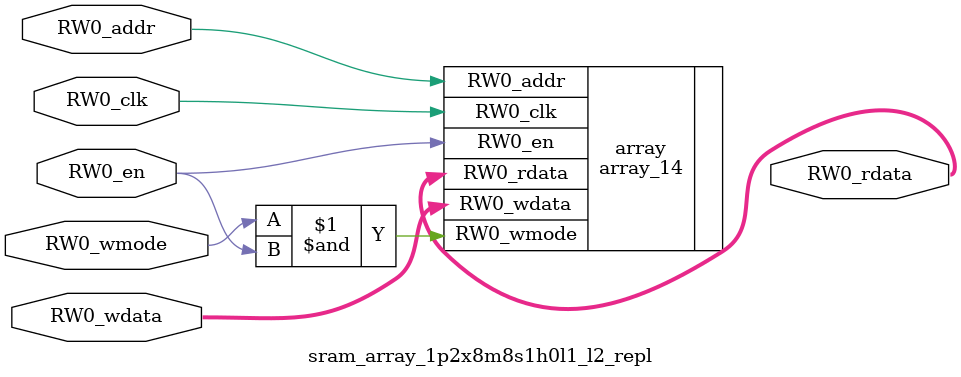
<source format=sv>
`ifndef RANDOMIZE
  `ifdef RANDOMIZE_MEM_INIT
    `define RANDOMIZE
  `endif // RANDOMIZE_MEM_INIT
`endif // not def RANDOMIZE
`ifndef RANDOMIZE
  `ifdef RANDOMIZE_REG_INIT
    `define RANDOMIZE
  `endif // RANDOMIZE_REG_INIT
`endif // not def RANDOMIZE

`ifndef RANDOM
  `define RANDOM $random
`endif // not def RANDOM

// Users can define INIT_RANDOM as general code that gets injected into the
// initializer block for modules with registers.
`ifndef INIT_RANDOM
  `define INIT_RANDOM
`endif // not def INIT_RANDOM

// If using random initialization, you can also define RANDOMIZE_DELAY to
// customize the delay used, otherwise 0.002 is used.
`ifndef RANDOMIZE_DELAY
  `define RANDOMIZE_DELAY 0.002
`endif // not def RANDOMIZE_DELAY

// Define INIT_RANDOM_PROLOG_ for use in our modules below.
`ifndef INIT_RANDOM_PROLOG_
  `ifdef RANDOMIZE
    `ifdef VERILATOR
      `define INIT_RANDOM_PROLOG_ `INIT_RANDOM
    `else  // VERILATOR
      `define INIT_RANDOM_PROLOG_ `INIT_RANDOM #`RANDOMIZE_DELAY begin end
    `endif // VERILATOR
  `else  // RANDOMIZE
    `define INIT_RANDOM_PROLOG_
  `endif // RANDOMIZE
`endif // not def INIT_RANDOM_PROLOG_

// Include register initializers in init blocks unless synthesis is set
`ifndef SYNTHESIS
  `ifndef ENABLE_INITIAL_REG_
    `define ENABLE_INITIAL_REG_
  `endif // not def ENABLE_INITIAL_REG_
`endif // not def SYNTHESIS

// Include rmemory initializers in init blocks unless synthesis is set
`ifndef SYNTHESIS
  `ifndef ENABLE_INITIAL_MEM_
    `define ENABLE_INITIAL_MEM_
  `endif // not def ENABLE_INITIAL_MEM_
`endif // not def SYNTHESIS

module sram_array_1p2x8m8s1h0l1_l2_repl(
  input        RW0_clk,
  input        RW0_addr,
  input        RW0_en,
  input        RW0_wmode,
  input  [7:0] RW0_wdata,
  output [7:0] RW0_rdata
);

  array_14 array (
    .RW0_addr  (RW0_addr),
    .RW0_en    (RW0_en),
    .RW0_clk   (RW0_clk),
    .RW0_wmode (RW0_wmode & RW0_en),
    .RW0_wdata (RW0_wdata),
    .RW0_rdata (RW0_rdata)
  );
endmodule


</source>
